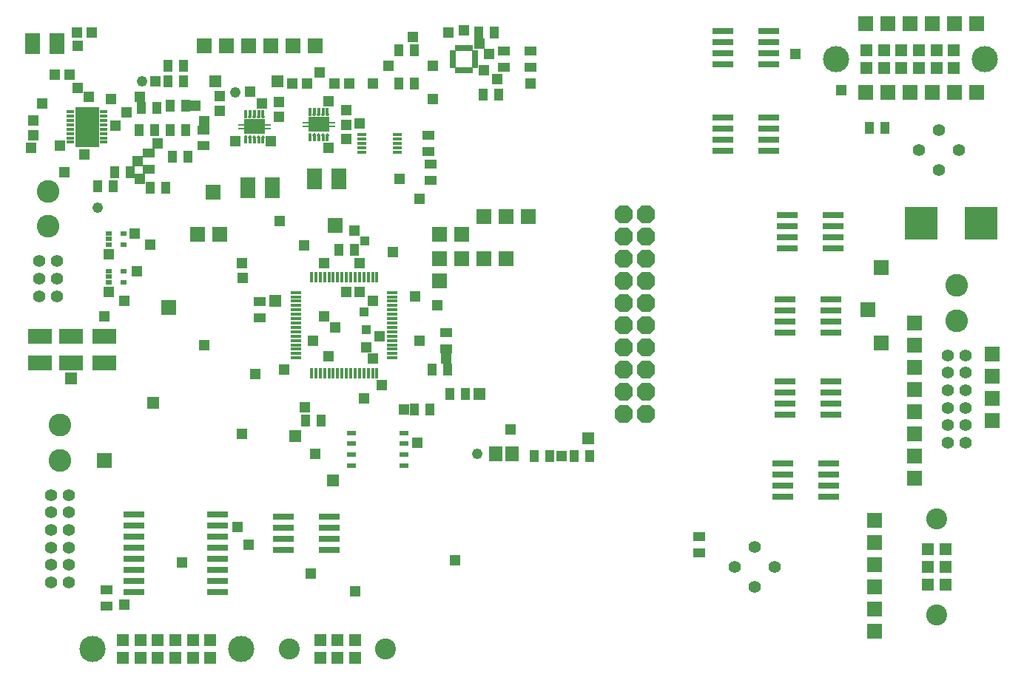
<source format=gts>
G75*
%MOIN*%
%OFA0B0*%
%FSLAX25Y25*%
%IPPOS*%
%LPD*%
%AMOC8*
5,1,8,0,0,1.08239X$1,22.5*
%
%ADD10R,0.01654X0.03110*%
%ADD11C,0.00827*%
%ADD12R,0.01600X0.02400*%
%ADD13R,0.14964X0.01115*%
%ADD14R,0.09449X0.06504*%
%ADD15R,0.07800X0.04400*%
%ADD16R,0.05524X0.03950*%
%ADD17R,0.03950X0.05524*%
%ADD18R,0.04737X0.05131*%
%ADD19R,0.05131X0.04737*%
%ADD20C,0.05556*%
%ADD21C,0.10249*%
%ADD22R,0.05556X0.05556*%
%ADD23C,0.11824*%
%ADD24C,0.09461*%
%ADD25C,0.05524*%
%ADD26R,0.05918X0.06706*%
%ADD27R,0.07099X0.09461*%
%ADD28R,0.09461X0.03162*%
%ADD29R,0.01981X0.02572*%
%ADD30R,0.02572X0.01981*%
%ADD31OC8,0.08200*%
%ADD32R,0.03556X0.01784*%
%ADD33C,0.00104*%
%ADD34R,0.11036X0.06706*%
%ADD35R,0.04331X0.01575*%
%ADD36R,0.04000X0.02400*%
%ADD37R,0.02769X0.01981*%
%ADD38R,0.01666X0.04737*%
%ADD39R,0.04737X0.01666*%
%ADD40R,0.04762X0.04762*%
%ADD41R,0.05400X0.05400*%
%ADD42R,0.06800X0.06800*%
%ADD43C,0.04762*%
%ADD44R,0.14800X0.14800*%
%ADD45R,0.04400X0.04400*%
D10*
X0117551Y0255280D03*
X0119520Y0255280D03*
X0121488Y0255280D03*
X0123457Y0255280D03*
X0125425Y0255280D03*
X0125425Y0267681D03*
X0123457Y0267681D03*
X0121488Y0267681D03*
X0119520Y0267681D03*
X0117551Y0267681D03*
X0146551Y0268681D03*
X0148520Y0268681D03*
X0150488Y0268681D03*
X0152457Y0268681D03*
X0154425Y0268681D03*
X0154425Y0256280D03*
X0152457Y0256280D03*
X0150488Y0256280D03*
X0148520Y0256280D03*
X0146551Y0256280D03*
D11*
X0146140Y0257835D02*
X0146142Y0257875D01*
X0146148Y0257915D01*
X0146158Y0257954D01*
X0146171Y0257992D01*
X0146189Y0258029D01*
X0146209Y0258063D01*
X0146233Y0258096D01*
X0146260Y0258126D01*
X0146290Y0258153D01*
X0146323Y0258177D01*
X0146357Y0258197D01*
X0146394Y0258215D01*
X0146432Y0258228D01*
X0146471Y0258238D01*
X0146511Y0258244D01*
X0146551Y0258246D01*
X0146591Y0258244D01*
X0146631Y0258238D01*
X0146670Y0258228D01*
X0146708Y0258215D01*
X0146745Y0258197D01*
X0146779Y0258177D01*
X0146812Y0258153D01*
X0146842Y0258126D01*
X0146869Y0258096D01*
X0146893Y0258063D01*
X0146913Y0258029D01*
X0146931Y0257992D01*
X0146944Y0257954D01*
X0146954Y0257915D01*
X0146960Y0257875D01*
X0146962Y0257835D01*
X0146960Y0257795D01*
X0146954Y0257755D01*
X0146944Y0257716D01*
X0146931Y0257678D01*
X0146913Y0257641D01*
X0146893Y0257607D01*
X0146869Y0257574D01*
X0146842Y0257544D01*
X0146812Y0257517D01*
X0146779Y0257493D01*
X0146745Y0257473D01*
X0146708Y0257455D01*
X0146670Y0257442D01*
X0146631Y0257432D01*
X0146591Y0257426D01*
X0146551Y0257424D01*
X0146511Y0257426D01*
X0146471Y0257432D01*
X0146432Y0257442D01*
X0146394Y0257455D01*
X0146357Y0257473D01*
X0146323Y0257493D01*
X0146290Y0257517D01*
X0146260Y0257544D01*
X0146233Y0257574D01*
X0146209Y0257607D01*
X0146189Y0257641D01*
X0146171Y0257678D01*
X0146158Y0257716D01*
X0146148Y0257755D01*
X0146142Y0257795D01*
X0146140Y0257835D01*
X0148109Y0257835D02*
X0148111Y0257875D01*
X0148117Y0257915D01*
X0148127Y0257954D01*
X0148140Y0257992D01*
X0148158Y0258029D01*
X0148178Y0258063D01*
X0148202Y0258096D01*
X0148229Y0258126D01*
X0148259Y0258153D01*
X0148292Y0258177D01*
X0148326Y0258197D01*
X0148363Y0258215D01*
X0148401Y0258228D01*
X0148440Y0258238D01*
X0148480Y0258244D01*
X0148520Y0258246D01*
X0148560Y0258244D01*
X0148600Y0258238D01*
X0148639Y0258228D01*
X0148677Y0258215D01*
X0148714Y0258197D01*
X0148748Y0258177D01*
X0148781Y0258153D01*
X0148811Y0258126D01*
X0148838Y0258096D01*
X0148862Y0258063D01*
X0148882Y0258029D01*
X0148900Y0257992D01*
X0148913Y0257954D01*
X0148923Y0257915D01*
X0148929Y0257875D01*
X0148931Y0257835D01*
X0148929Y0257795D01*
X0148923Y0257755D01*
X0148913Y0257716D01*
X0148900Y0257678D01*
X0148882Y0257641D01*
X0148862Y0257607D01*
X0148838Y0257574D01*
X0148811Y0257544D01*
X0148781Y0257517D01*
X0148748Y0257493D01*
X0148714Y0257473D01*
X0148677Y0257455D01*
X0148639Y0257442D01*
X0148600Y0257432D01*
X0148560Y0257426D01*
X0148520Y0257424D01*
X0148480Y0257426D01*
X0148440Y0257432D01*
X0148401Y0257442D01*
X0148363Y0257455D01*
X0148326Y0257473D01*
X0148292Y0257493D01*
X0148259Y0257517D01*
X0148229Y0257544D01*
X0148202Y0257574D01*
X0148178Y0257607D01*
X0148158Y0257641D01*
X0148140Y0257678D01*
X0148127Y0257716D01*
X0148117Y0257755D01*
X0148111Y0257795D01*
X0148109Y0257835D01*
X0150077Y0257835D02*
X0150079Y0257875D01*
X0150085Y0257915D01*
X0150095Y0257954D01*
X0150108Y0257992D01*
X0150126Y0258029D01*
X0150146Y0258063D01*
X0150170Y0258096D01*
X0150197Y0258126D01*
X0150227Y0258153D01*
X0150260Y0258177D01*
X0150294Y0258197D01*
X0150331Y0258215D01*
X0150369Y0258228D01*
X0150408Y0258238D01*
X0150448Y0258244D01*
X0150488Y0258246D01*
X0150528Y0258244D01*
X0150568Y0258238D01*
X0150607Y0258228D01*
X0150645Y0258215D01*
X0150682Y0258197D01*
X0150716Y0258177D01*
X0150749Y0258153D01*
X0150779Y0258126D01*
X0150806Y0258096D01*
X0150830Y0258063D01*
X0150850Y0258029D01*
X0150868Y0257992D01*
X0150881Y0257954D01*
X0150891Y0257915D01*
X0150897Y0257875D01*
X0150899Y0257835D01*
X0150897Y0257795D01*
X0150891Y0257755D01*
X0150881Y0257716D01*
X0150868Y0257678D01*
X0150850Y0257641D01*
X0150830Y0257607D01*
X0150806Y0257574D01*
X0150779Y0257544D01*
X0150749Y0257517D01*
X0150716Y0257493D01*
X0150682Y0257473D01*
X0150645Y0257455D01*
X0150607Y0257442D01*
X0150568Y0257432D01*
X0150528Y0257426D01*
X0150488Y0257424D01*
X0150448Y0257426D01*
X0150408Y0257432D01*
X0150369Y0257442D01*
X0150331Y0257455D01*
X0150294Y0257473D01*
X0150260Y0257493D01*
X0150227Y0257517D01*
X0150197Y0257544D01*
X0150170Y0257574D01*
X0150146Y0257607D01*
X0150126Y0257641D01*
X0150108Y0257678D01*
X0150095Y0257716D01*
X0150085Y0257755D01*
X0150079Y0257795D01*
X0150077Y0257835D01*
X0152046Y0257835D02*
X0152048Y0257875D01*
X0152054Y0257915D01*
X0152064Y0257954D01*
X0152077Y0257992D01*
X0152095Y0258029D01*
X0152115Y0258063D01*
X0152139Y0258096D01*
X0152166Y0258126D01*
X0152196Y0258153D01*
X0152229Y0258177D01*
X0152263Y0258197D01*
X0152300Y0258215D01*
X0152338Y0258228D01*
X0152377Y0258238D01*
X0152417Y0258244D01*
X0152457Y0258246D01*
X0152497Y0258244D01*
X0152537Y0258238D01*
X0152576Y0258228D01*
X0152614Y0258215D01*
X0152651Y0258197D01*
X0152685Y0258177D01*
X0152718Y0258153D01*
X0152748Y0258126D01*
X0152775Y0258096D01*
X0152799Y0258063D01*
X0152819Y0258029D01*
X0152837Y0257992D01*
X0152850Y0257954D01*
X0152860Y0257915D01*
X0152866Y0257875D01*
X0152868Y0257835D01*
X0152866Y0257795D01*
X0152860Y0257755D01*
X0152850Y0257716D01*
X0152837Y0257678D01*
X0152819Y0257641D01*
X0152799Y0257607D01*
X0152775Y0257574D01*
X0152748Y0257544D01*
X0152718Y0257517D01*
X0152685Y0257493D01*
X0152651Y0257473D01*
X0152614Y0257455D01*
X0152576Y0257442D01*
X0152537Y0257432D01*
X0152497Y0257426D01*
X0152457Y0257424D01*
X0152417Y0257426D01*
X0152377Y0257432D01*
X0152338Y0257442D01*
X0152300Y0257455D01*
X0152263Y0257473D01*
X0152229Y0257493D01*
X0152196Y0257517D01*
X0152166Y0257544D01*
X0152139Y0257574D01*
X0152115Y0257607D01*
X0152095Y0257641D01*
X0152077Y0257678D01*
X0152064Y0257716D01*
X0152054Y0257755D01*
X0152048Y0257795D01*
X0152046Y0257835D01*
X0154014Y0257835D02*
X0154016Y0257875D01*
X0154022Y0257915D01*
X0154032Y0257954D01*
X0154045Y0257992D01*
X0154063Y0258029D01*
X0154083Y0258063D01*
X0154107Y0258096D01*
X0154134Y0258126D01*
X0154164Y0258153D01*
X0154197Y0258177D01*
X0154231Y0258197D01*
X0154268Y0258215D01*
X0154306Y0258228D01*
X0154345Y0258238D01*
X0154385Y0258244D01*
X0154425Y0258246D01*
X0154465Y0258244D01*
X0154505Y0258238D01*
X0154544Y0258228D01*
X0154582Y0258215D01*
X0154619Y0258197D01*
X0154653Y0258177D01*
X0154686Y0258153D01*
X0154716Y0258126D01*
X0154743Y0258096D01*
X0154767Y0258063D01*
X0154787Y0258029D01*
X0154805Y0257992D01*
X0154818Y0257954D01*
X0154828Y0257915D01*
X0154834Y0257875D01*
X0154836Y0257835D01*
X0154834Y0257795D01*
X0154828Y0257755D01*
X0154818Y0257716D01*
X0154805Y0257678D01*
X0154787Y0257641D01*
X0154767Y0257607D01*
X0154743Y0257574D01*
X0154716Y0257544D01*
X0154686Y0257517D01*
X0154653Y0257493D01*
X0154619Y0257473D01*
X0154582Y0257455D01*
X0154544Y0257442D01*
X0154505Y0257432D01*
X0154465Y0257426D01*
X0154425Y0257424D01*
X0154385Y0257426D01*
X0154345Y0257432D01*
X0154306Y0257442D01*
X0154268Y0257455D01*
X0154231Y0257473D01*
X0154197Y0257493D01*
X0154164Y0257517D01*
X0154134Y0257544D01*
X0154107Y0257574D01*
X0154083Y0257607D01*
X0154063Y0257641D01*
X0154045Y0257678D01*
X0154032Y0257716D01*
X0154022Y0257755D01*
X0154016Y0257795D01*
X0154014Y0257835D01*
X0154014Y0267126D02*
X0154016Y0267166D01*
X0154022Y0267206D01*
X0154032Y0267245D01*
X0154045Y0267283D01*
X0154063Y0267320D01*
X0154083Y0267354D01*
X0154107Y0267387D01*
X0154134Y0267417D01*
X0154164Y0267444D01*
X0154197Y0267468D01*
X0154231Y0267488D01*
X0154268Y0267506D01*
X0154306Y0267519D01*
X0154345Y0267529D01*
X0154385Y0267535D01*
X0154425Y0267537D01*
X0154465Y0267535D01*
X0154505Y0267529D01*
X0154544Y0267519D01*
X0154582Y0267506D01*
X0154619Y0267488D01*
X0154653Y0267468D01*
X0154686Y0267444D01*
X0154716Y0267417D01*
X0154743Y0267387D01*
X0154767Y0267354D01*
X0154787Y0267320D01*
X0154805Y0267283D01*
X0154818Y0267245D01*
X0154828Y0267206D01*
X0154834Y0267166D01*
X0154836Y0267126D01*
X0154834Y0267086D01*
X0154828Y0267046D01*
X0154818Y0267007D01*
X0154805Y0266969D01*
X0154787Y0266932D01*
X0154767Y0266898D01*
X0154743Y0266865D01*
X0154716Y0266835D01*
X0154686Y0266808D01*
X0154653Y0266784D01*
X0154619Y0266764D01*
X0154582Y0266746D01*
X0154544Y0266733D01*
X0154505Y0266723D01*
X0154465Y0266717D01*
X0154425Y0266715D01*
X0154385Y0266717D01*
X0154345Y0266723D01*
X0154306Y0266733D01*
X0154268Y0266746D01*
X0154231Y0266764D01*
X0154197Y0266784D01*
X0154164Y0266808D01*
X0154134Y0266835D01*
X0154107Y0266865D01*
X0154083Y0266898D01*
X0154063Y0266932D01*
X0154045Y0266969D01*
X0154032Y0267007D01*
X0154022Y0267046D01*
X0154016Y0267086D01*
X0154014Y0267126D01*
X0152046Y0267126D02*
X0152048Y0267166D01*
X0152054Y0267206D01*
X0152064Y0267245D01*
X0152077Y0267283D01*
X0152095Y0267320D01*
X0152115Y0267354D01*
X0152139Y0267387D01*
X0152166Y0267417D01*
X0152196Y0267444D01*
X0152229Y0267468D01*
X0152263Y0267488D01*
X0152300Y0267506D01*
X0152338Y0267519D01*
X0152377Y0267529D01*
X0152417Y0267535D01*
X0152457Y0267537D01*
X0152497Y0267535D01*
X0152537Y0267529D01*
X0152576Y0267519D01*
X0152614Y0267506D01*
X0152651Y0267488D01*
X0152685Y0267468D01*
X0152718Y0267444D01*
X0152748Y0267417D01*
X0152775Y0267387D01*
X0152799Y0267354D01*
X0152819Y0267320D01*
X0152837Y0267283D01*
X0152850Y0267245D01*
X0152860Y0267206D01*
X0152866Y0267166D01*
X0152868Y0267126D01*
X0152866Y0267086D01*
X0152860Y0267046D01*
X0152850Y0267007D01*
X0152837Y0266969D01*
X0152819Y0266932D01*
X0152799Y0266898D01*
X0152775Y0266865D01*
X0152748Y0266835D01*
X0152718Y0266808D01*
X0152685Y0266784D01*
X0152651Y0266764D01*
X0152614Y0266746D01*
X0152576Y0266733D01*
X0152537Y0266723D01*
X0152497Y0266717D01*
X0152457Y0266715D01*
X0152417Y0266717D01*
X0152377Y0266723D01*
X0152338Y0266733D01*
X0152300Y0266746D01*
X0152263Y0266764D01*
X0152229Y0266784D01*
X0152196Y0266808D01*
X0152166Y0266835D01*
X0152139Y0266865D01*
X0152115Y0266898D01*
X0152095Y0266932D01*
X0152077Y0266969D01*
X0152064Y0267007D01*
X0152054Y0267046D01*
X0152048Y0267086D01*
X0152046Y0267126D01*
X0150077Y0267126D02*
X0150079Y0267166D01*
X0150085Y0267206D01*
X0150095Y0267245D01*
X0150108Y0267283D01*
X0150126Y0267320D01*
X0150146Y0267354D01*
X0150170Y0267387D01*
X0150197Y0267417D01*
X0150227Y0267444D01*
X0150260Y0267468D01*
X0150294Y0267488D01*
X0150331Y0267506D01*
X0150369Y0267519D01*
X0150408Y0267529D01*
X0150448Y0267535D01*
X0150488Y0267537D01*
X0150528Y0267535D01*
X0150568Y0267529D01*
X0150607Y0267519D01*
X0150645Y0267506D01*
X0150682Y0267488D01*
X0150716Y0267468D01*
X0150749Y0267444D01*
X0150779Y0267417D01*
X0150806Y0267387D01*
X0150830Y0267354D01*
X0150850Y0267320D01*
X0150868Y0267283D01*
X0150881Y0267245D01*
X0150891Y0267206D01*
X0150897Y0267166D01*
X0150899Y0267126D01*
X0150897Y0267086D01*
X0150891Y0267046D01*
X0150881Y0267007D01*
X0150868Y0266969D01*
X0150850Y0266932D01*
X0150830Y0266898D01*
X0150806Y0266865D01*
X0150779Y0266835D01*
X0150749Y0266808D01*
X0150716Y0266784D01*
X0150682Y0266764D01*
X0150645Y0266746D01*
X0150607Y0266733D01*
X0150568Y0266723D01*
X0150528Y0266717D01*
X0150488Y0266715D01*
X0150448Y0266717D01*
X0150408Y0266723D01*
X0150369Y0266733D01*
X0150331Y0266746D01*
X0150294Y0266764D01*
X0150260Y0266784D01*
X0150227Y0266808D01*
X0150197Y0266835D01*
X0150170Y0266865D01*
X0150146Y0266898D01*
X0150126Y0266932D01*
X0150108Y0266969D01*
X0150095Y0267007D01*
X0150085Y0267046D01*
X0150079Y0267086D01*
X0150077Y0267126D01*
X0148109Y0267126D02*
X0148111Y0267166D01*
X0148117Y0267206D01*
X0148127Y0267245D01*
X0148140Y0267283D01*
X0148158Y0267320D01*
X0148178Y0267354D01*
X0148202Y0267387D01*
X0148229Y0267417D01*
X0148259Y0267444D01*
X0148292Y0267468D01*
X0148326Y0267488D01*
X0148363Y0267506D01*
X0148401Y0267519D01*
X0148440Y0267529D01*
X0148480Y0267535D01*
X0148520Y0267537D01*
X0148560Y0267535D01*
X0148600Y0267529D01*
X0148639Y0267519D01*
X0148677Y0267506D01*
X0148714Y0267488D01*
X0148748Y0267468D01*
X0148781Y0267444D01*
X0148811Y0267417D01*
X0148838Y0267387D01*
X0148862Y0267354D01*
X0148882Y0267320D01*
X0148900Y0267283D01*
X0148913Y0267245D01*
X0148923Y0267206D01*
X0148929Y0267166D01*
X0148931Y0267126D01*
X0148929Y0267086D01*
X0148923Y0267046D01*
X0148913Y0267007D01*
X0148900Y0266969D01*
X0148882Y0266932D01*
X0148862Y0266898D01*
X0148838Y0266865D01*
X0148811Y0266835D01*
X0148781Y0266808D01*
X0148748Y0266784D01*
X0148714Y0266764D01*
X0148677Y0266746D01*
X0148639Y0266733D01*
X0148600Y0266723D01*
X0148560Y0266717D01*
X0148520Y0266715D01*
X0148480Y0266717D01*
X0148440Y0266723D01*
X0148401Y0266733D01*
X0148363Y0266746D01*
X0148326Y0266764D01*
X0148292Y0266784D01*
X0148259Y0266808D01*
X0148229Y0266835D01*
X0148202Y0266865D01*
X0148178Y0266898D01*
X0148158Y0266932D01*
X0148140Y0266969D01*
X0148127Y0267007D01*
X0148117Y0267046D01*
X0148111Y0267086D01*
X0148109Y0267126D01*
X0146140Y0267126D02*
X0146142Y0267166D01*
X0146148Y0267206D01*
X0146158Y0267245D01*
X0146171Y0267283D01*
X0146189Y0267320D01*
X0146209Y0267354D01*
X0146233Y0267387D01*
X0146260Y0267417D01*
X0146290Y0267444D01*
X0146323Y0267468D01*
X0146357Y0267488D01*
X0146394Y0267506D01*
X0146432Y0267519D01*
X0146471Y0267529D01*
X0146511Y0267535D01*
X0146551Y0267537D01*
X0146591Y0267535D01*
X0146631Y0267529D01*
X0146670Y0267519D01*
X0146708Y0267506D01*
X0146745Y0267488D01*
X0146779Y0267468D01*
X0146812Y0267444D01*
X0146842Y0267417D01*
X0146869Y0267387D01*
X0146893Y0267354D01*
X0146913Y0267320D01*
X0146931Y0267283D01*
X0146944Y0267245D01*
X0146954Y0267206D01*
X0146960Y0267166D01*
X0146962Y0267126D01*
X0146960Y0267086D01*
X0146954Y0267046D01*
X0146944Y0267007D01*
X0146931Y0266969D01*
X0146913Y0266932D01*
X0146893Y0266898D01*
X0146869Y0266865D01*
X0146842Y0266835D01*
X0146812Y0266808D01*
X0146779Y0266784D01*
X0146745Y0266764D01*
X0146708Y0266746D01*
X0146670Y0266733D01*
X0146631Y0266723D01*
X0146591Y0266717D01*
X0146551Y0266715D01*
X0146511Y0266717D01*
X0146471Y0266723D01*
X0146432Y0266733D01*
X0146394Y0266746D01*
X0146357Y0266764D01*
X0146323Y0266784D01*
X0146290Y0266808D01*
X0146260Y0266835D01*
X0146233Y0266865D01*
X0146209Y0266898D01*
X0146189Y0266932D01*
X0146171Y0266969D01*
X0146158Y0267007D01*
X0146148Y0267046D01*
X0146142Y0267086D01*
X0146140Y0267126D01*
X0125014Y0266126D02*
X0125016Y0266166D01*
X0125022Y0266206D01*
X0125032Y0266245D01*
X0125045Y0266283D01*
X0125063Y0266320D01*
X0125083Y0266354D01*
X0125107Y0266387D01*
X0125134Y0266417D01*
X0125164Y0266444D01*
X0125197Y0266468D01*
X0125231Y0266488D01*
X0125268Y0266506D01*
X0125306Y0266519D01*
X0125345Y0266529D01*
X0125385Y0266535D01*
X0125425Y0266537D01*
X0125465Y0266535D01*
X0125505Y0266529D01*
X0125544Y0266519D01*
X0125582Y0266506D01*
X0125619Y0266488D01*
X0125653Y0266468D01*
X0125686Y0266444D01*
X0125716Y0266417D01*
X0125743Y0266387D01*
X0125767Y0266354D01*
X0125787Y0266320D01*
X0125805Y0266283D01*
X0125818Y0266245D01*
X0125828Y0266206D01*
X0125834Y0266166D01*
X0125836Y0266126D01*
X0125834Y0266086D01*
X0125828Y0266046D01*
X0125818Y0266007D01*
X0125805Y0265969D01*
X0125787Y0265932D01*
X0125767Y0265898D01*
X0125743Y0265865D01*
X0125716Y0265835D01*
X0125686Y0265808D01*
X0125653Y0265784D01*
X0125619Y0265764D01*
X0125582Y0265746D01*
X0125544Y0265733D01*
X0125505Y0265723D01*
X0125465Y0265717D01*
X0125425Y0265715D01*
X0125385Y0265717D01*
X0125345Y0265723D01*
X0125306Y0265733D01*
X0125268Y0265746D01*
X0125231Y0265764D01*
X0125197Y0265784D01*
X0125164Y0265808D01*
X0125134Y0265835D01*
X0125107Y0265865D01*
X0125083Y0265898D01*
X0125063Y0265932D01*
X0125045Y0265969D01*
X0125032Y0266007D01*
X0125022Y0266046D01*
X0125016Y0266086D01*
X0125014Y0266126D01*
X0123046Y0266126D02*
X0123048Y0266166D01*
X0123054Y0266206D01*
X0123064Y0266245D01*
X0123077Y0266283D01*
X0123095Y0266320D01*
X0123115Y0266354D01*
X0123139Y0266387D01*
X0123166Y0266417D01*
X0123196Y0266444D01*
X0123229Y0266468D01*
X0123263Y0266488D01*
X0123300Y0266506D01*
X0123338Y0266519D01*
X0123377Y0266529D01*
X0123417Y0266535D01*
X0123457Y0266537D01*
X0123497Y0266535D01*
X0123537Y0266529D01*
X0123576Y0266519D01*
X0123614Y0266506D01*
X0123651Y0266488D01*
X0123685Y0266468D01*
X0123718Y0266444D01*
X0123748Y0266417D01*
X0123775Y0266387D01*
X0123799Y0266354D01*
X0123819Y0266320D01*
X0123837Y0266283D01*
X0123850Y0266245D01*
X0123860Y0266206D01*
X0123866Y0266166D01*
X0123868Y0266126D01*
X0123866Y0266086D01*
X0123860Y0266046D01*
X0123850Y0266007D01*
X0123837Y0265969D01*
X0123819Y0265932D01*
X0123799Y0265898D01*
X0123775Y0265865D01*
X0123748Y0265835D01*
X0123718Y0265808D01*
X0123685Y0265784D01*
X0123651Y0265764D01*
X0123614Y0265746D01*
X0123576Y0265733D01*
X0123537Y0265723D01*
X0123497Y0265717D01*
X0123457Y0265715D01*
X0123417Y0265717D01*
X0123377Y0265723D01*
X0123338Y0265733D01*
X0123300Y0265746D01*
X0123263Y0265764D01*
X0123229Y0265784D01*
X0123196Y0265808D01*
X0123166Y0265835D01*
X0123139Y0265865D01*
X0123115Y0265898D01*
X0123095Y0265932D01*
X0123077Y0265969D01*
X0123064Y0266007D01*
X0123054Y0266046D01*
X0123048Y0266086D01*
X0123046Y0266126D01*
X0121077Y0266126D02*
X0121079Y0266166D01*
X0121085Y0266206D01*
X0121095Y0266245D01*
X0121108Y0266283D01*
X0121126Y0266320D01*
X0121146Y0266354D01*
X0121170Y0266387D01*
X0121197Y0266417D01*
X0121227Y0266444D01*
X0121260Y0266468D01*
X0121294Y0266488D01*
X0121331Y0266506D01*
X0121369Y0266519D01*
X0121408Y0266529D01*
X0121448Y0266535D01*
X0121488Y0266537D01*
X0121528Y0266535D01*
X0121568Y0266529D01*
X0121607Y0266519D01*
X0121645Y0266506D01*
X0121682Y0266488D01*
X0121716Y0266468D01*
X0121749Y0266444D01*
X0121779Y0266417D01*
X0121806Y0266387D01*
X0121830Y0266354D01*
X0121850Y0266320D01*
X0121868Y0266283D01*
X0121881Y0266245D01*
X0121891Y0266206D01*
X0121897Y0266166D01*
X0121899Y0266126D01*
X0121897Y0266086D01*
X0121891Y0266046D01*
X0121881Y0266007D01*
X0121868Y0265969D01*
X0121850Y0265932D01*
X0121830Y0265898D01*
X0121806Y0265865D01*
X0121779Y0265835D01*
X0121749Y0265808D01*
X0121716Y0265784D01*
X0121682Y0265764D01*
X0121645Y0265746D01*
X0121607Y0265733D01*
X0121568Y0265723D01*
X0121528Y0265717D01*
X0121488Y0265715D01*
X0121448Y0265717D01*
X0121408Y0265723D01*
X0121369Y0265733D01*
X0121331Y0265746D01*
X0121294Y0265764D01*
X0121260Y0265784D01*
X0121227Y0265808D01*
X0121197Y0265835D01*
X0121170Y0265865D01*
X0121146Y0265898D01*
X0121126Y0265932D01*
X0121108Y0265969D01*
X0121095Y0266007D01*
X0121085Y0266046D01*
X0121079Y0266086D01*
X0121077Y0266126D01*
X0119109Y0266126D02*
X0119111Y0266166D01*
X0119117Y0266206D01*
X0119127Y0266245D01*
X0119140Y0266283D01*
X0119158Y0266320D01*
X0119178Y0266354D01*
X0119202Y0266387D01*
X0119229Y0266417D01*
X0119259Y0266444D01*
X0119292Y0266468D01*
X0119326Y0266488D01*
X0119363Y0266506D01*
X0119401Y0266519D01*
X0119440Y0266529D01*
X0119480Y0266535D01*
X0119520Y0266537D01*
X0119560Y0266535D01*
X0119600Y0266529D01*
X0119639Y0266519D01*
X0119677Y0266506D01*
X0119714Y0266488D01*
X0119748Y0266468D01*
X0119781Y0266444D01*
X0119811Y0266417D01*
X0119838Y0266387D01*
X0119862Y0266354D01*
X0119882Y0266320D01*
X0119900Y0266283D01*
X0119913Y0266245D01*
X0119923Y0266206D01*
X0119929Y0266166D01*
X0119931Y0266126D01*
X0119929Y0266086D01*
X0119923Y0266046D01*
X0119913Y0266007D01*
X0119900Y0265969D01*
X0119882Y0265932D01*
X0119862Y0265898D01*
X0119838Y0265865D01*
X0119811Y0265835D01*
X0119781Y0265808D01*
X0119748Y0265784D01*
X0119714Y0265764D01*
X0119677Y0265746D01*
X0119639Y0265733D01*
X0119600Y0265723D01*
X0119560Y0265717D01*
X0119520Y0265715D01*
X0119480Y0265717D01*
X0119440Y0265723D01*
X0119401Y0265733D01*
X0119363Y0265746D01*
X0119326Y0265764D01*
X0119292Y0265784D01*
X0119259Y0265808D01*
X0119229Y0265835D01*
X0119202Y0265865D01*
X0119178Y0265898D01*
X0119158Y0265932D01*
X0119140Y0265969D01*
X0119127Y0266007D01*
X0119117Y0266046D01*
X0119111Y0266086D01*
X0119109Y0266126D01*
X0117140Y0266126D02*
X0117142Y0266166D01*
X0117148Y0266206D01*
X0117158Y0266245D01*
X0117171Y0266283D01*
X0117189Y0266320D01*
X0117209Y0266354D01*
X0117233Y0266387D01*
X0117260Y0266417D01*
X0117290Y0266444D01*
X0117323Y0266468D01*
X0117357Y0266488D01*
X0117394Y0266506D01*
X0117432Y0266519D01*
X0117471Y0266529D01*
X0117511Y0266535D01*
X0117551Y0266537D01*
X0117591Y0266535D01*
X0117631Y0266529D01*
X0117670Y0266519D01*
X0117708Y0266506D01*
X0117745Y0266488D01*
X0117779Y0266468D01*
X0117812Y0266444D01*
X0117842Y0266417D01*
X0117869Y0266387D01*
X0117893Y0266354D01*
X0117913Y0266320D01*
X0117931Y0266283D01*
X0117944Y0266245D01*
X0117954Y0266206D01*
X0117960Y0266166D01*
X0117962Y0266126D01*
X0117960Y0266086D01*
X0117954Y0266046D01*
X0117944Y0266007D01*
X0117931Y0265969D01*
X0117913Y0265932D01*
X0117893Y0265898D01*
X0117869Y0265865D01*
X0117842Y0265835D01*
X0117812Y0265808D01*
X0117779Y0265784D01*
X0117745Y0265764D01*
X0117708Y0265746D01*
X0117670Y0265733D01*
X0117631Y0265723D01*
X0117591Y0265717D01*
X0117551Y0265715D01*
X0117511Y0265717D01*
X0117471Y0265723D01*
X0117432Y0265733D01*
X0117394Y0265746D01*
X0117357Y0265764D01*
X0117323Y0265784D01*
X0117290Y0265808D01*
X0117260Y0265835D01*
X0117233Y0265865D01*
X0117209Y0265898D01*
X0117189Y0265932D01*
X0117171Y0265969D01*
X0117158Y0266007D01*
X0117148Y0266046D01*
X0117142Y0266086D01*
X0117140Y0266126D01*
X0117140Y0256835D02*
X0117142Y0256875D01*
X0117148Y0256915D01*
X0117158Y0256954D01*
X0117171Y0256992D01*
X0117189Y0257029D01*
X0117209Y0257063D01*
X0117233Y0257096D01*
X0117260Y0257126D01*
X0117290Y0257153D01*
X0117323Y0257177D01*
X0117357Y0257197D01*
X0117394Y0257215D01*
X0117432Y0257228D01*
X0117471Y0257238D01*
X0117511Y0257244D01*
X0117551Y0257246D01*
X0117591Y0257244D01*
X0117631Y0257238D01*
X0117670Y0257228D01*
X0117708Y0257215D01*
X0117745Y0257197D01*
X0117779Y0257177D01*
X0117812Y0257153D01*
X0117842Y0257126D01*
X0117869Y0257096D01*
X0117893Y0257063D01*
X0117913Y0257029D01*
X0117931Y0256992D01*
X0117944Y0256954D01*
X0117954Y0256915D01*
X0117960Y0256875D01*
X0117962Y0256835D01*
X0117960Y0256795D01*
X0117954Y0256755D01*
X0117944Y0256716D01*
X0117931Y0256678D01*
X0117913Y0256641D01*
X0117893Y0256607D01*
X0117869Y0256574D01*
X0117842Y0256544D01*
X0117812Y0256517D01*
X0117779Y0256493D01*
X0117745Y0256473D01*
X0117708Y0256455D01*
X0117670Y0256442D01*
X0117631Y0256432D01*
X0117591Y0256426D01*
X0117551Y0256424D01*
X0117511Y0256426D01*
X0117471Y0256432D01*
X0117432Y0256442D01*
X0117394Y0256455D01*
X0117357Y0256473D01*
X0117323Y0256493D01*
X0117290Y0256517D01*
X0117260Y0256544D01*
X0117233Y0256574D01*
X0117209Y0256607D01*
X0117189Y0256641D01*
X0117171Y0256678D01*
X0117158Y0256716D01*
X0117148Y0256755D01*
X0117142Y0256795D01*
X0117140Y0256835D01*
X0119109Y0256835D02*
X0119111Y0256875D01*
X0119117Y0256915D01*
X0119127Y0256954D01*
X0119140Y0256992D01*
X0119158Y0257029D01*
X0119178Y0257063D01*
X0119202Y0257096D01*
X0119229Y0257126D01*
X0119259Y0257153D01*
X0119292Y0257177D01*
X0119326Y0257197D01*
X0119363Y0257215D01*
X0119401Y0257228D01*
X0119440Y0257238D01*
X0119480Y0257244D01*
X0119520Y0257246D01*
X0119560Y0257244D01*
X0119600Y0257238D01*
X0119639Y0257228D01*
X0119677Y0257215D01*
X0119714Y0257197D01*
X0119748Y0257177D01*
X0119781Y0257153D01*
X0119811Y0257126D01*
X0119838Y0257096D01*
X0119862Y0257063D01*
X0119882Y0257029D01*
X0119900Y0256992D01*
X0119913Y0256954D01*
X0119923Y0256915D01*
X0119929Y0256875D01*
X0119931Y0256835D01*
X0119929Y0256795D01*
X0119923Y0256755D01*
X0119913Y0256716D01*
X0119900Y0256678D01*
X0119882Y0256641D01*
X0119862Y0256607D01*
X0119838Y0256574D01*
X0119811Y0256544D01*
X0119781Y0256517D01*
X0119748Y0256493D01*
X0119714Y0256473D01*
X0119677Y0256455D01*
X0119639Y0256442D01*
X0119600Y0256432D01*
X0119560Y0256426D01*
X0119520Y0256424D01*
X0119480Y0256426D01*
X0119440Y0256432D01*
X0119401Y0256442D01*
X0119363Y0256455D01*
X0119326Y0256473D01*
X0119292Y0256493D01*
X0119259Y0256517D01*
X0119229Y0256544D01*
X0119202Y0256574D01*
X0119178Y0256607D01*
X0119158Y0256641D01*
X0119140Y0256678D01*
X0119127Y0256716D01*
X0119117Y0256755D01*
X0119111Y0256795D01*
X0119109Y0256835D01*
X0121077Y0256835D02*
X0121079Y0256875D01*
X0121085Y0256915D01*
X0121095Y0256954D01*
X0121108Y0256992D01*
X0121126Y0257029D01*
X0121146Y0257063D01*
X0121170Y0257096D01*
X0121197Y0257126D01*
X0121227Y0257153D01*
X0121260Y0257177D01*
X0121294Y0257197D01*
X0121331Y0257215D01*
X0121369Y0257228D01*
X0121408Y0257238D01*
X0121448Y0257244D01*
X0121488Y0257246D01*
X0121528Y0257244D01*
X0121568Y0257238D01*
X0121607Y0257228D01*
X0121645Y0257215D01*
X0121682Y0257197D01*
X0121716Y0257177D01*
X0121749Y0257153D01*
X0121779Y0257126D01*
X0121806Y0257096D01*
X0121830Y0257063D01*
X0121850Y0257029D01*
X0121868Y0256992D01*
X0121881Y0256954D01*
X0121891Y0256915D01*
X0121897Y0256875D01*
X0121899Y0256835D01*
X0121897Y0256795D01*
X0121891Y0256755D01*
X0121881Y0256716D01*
X0121868Y0256678D01*
X0121850Y0256641D01*
X0121830Y0256607D01*
X0121806Y0256574D01*
X0121779Y0256544D01*
X0121749Y0256517D01*
X0121716Y0256493D01*
X0121682Y0256473D01*
X0121645Y0256455D01*
X0121607Y0256442D01*
X0121568Y0256432D01*
X0121528Y0256426D01*
X0121488Y0256424D01*
X0121448Y0256426D01*
X0121408Y0256432D01*
X0121369Y0256442D01*
X0121331Y0256455D01*
X0121294Y0256473D01*
X0121260Y0256493D01*
X0121227Y0256517D01*
X0121197Y0256544D01*
X0121170Y0256574D01*
X0121146Y0256607D01*
X0121126Y0256641D01*
X0121108Y0256678D01*
X0121095Y0256716D01*
X0121085Y0256755D01*
X0121079Y0256795D01*
X0121077Y0256835D01*
X0123046Y0256835D02*
X0123048Y0256875D01*
X0123054Y0256915D01*
X0123064Y0256954D01*
X0123077Y0256992D01*
X0123095Y0257029D01*
X0123115Y0257063D01*
X0123139Y0257096D01*
X0123166Y0257126D01*
X0123196Y0257153D01*
X0123229Y0257177D01*
X0123263Y0257197D01*
X0123300Y0257215D01*
X0123338Y0257228D01*
X0123377Y0257238D01*
X0123417Y0257244D01*
X0123457Y0257246D01*
X0123497Y0257244D01*
X0123537Y0257238D01*
X0123576Y0257228D01*
X0123614Y0257215D01*
X0123651Y0257197D01*
X0123685Y0257177D01*
X0123718Y0257153D01*
X0123748Y0257126D01*
X0123775Y0257096D01*
X0123799Y0257063D01*
X0123819Y0257029D01*
X0123837Y0256992D01*
X0123850Y0256954D01*
X0123860Y0256915D01*
X0123866Y0256875D01*
X0123868Y0256835D01*
X0123866Y0256795D01*
X0123860Y0256755D01*
X0123850Y0256716D01*
X0123837Y0256678D01*
X0123819Y0256641D01*
X0123799Y0256607D01*
X0123775Y0256574D01*
X0123748Y0256544D01*
X0123718Y0256517D01*
X0123685Y0256493D01*
X0123651Y0256473D01*
X0123614Y0256455D01*
X0123576Y0256442D01*
X0123537Y0256432D01*
X0123497Y0256426D01*
X0123457Y0256424D01*
X0123417Y0256426D01*
X0123377Y0256432D01*
X0123338Y0256442D01*
X0123300Y0256455D01*
X0123263Y0256473D01*
X0123229Y0256493D01*
X0123196Y0256517D01*
X0123166Y0256544D01*
X0123139Y0256574D01*
X0123115Y0256607D01*
X0123095Y0256641D01*
X0123077Y0256678D01*
X0123064Y0256716D01*
X0123054Y0256755D01*
X0123048Y0256795D01*
X0123046Y0256835D01*
X0125014Y0256835D02*
X0125016Y0256875D01*
X0125022Y0256915D01*
X0125032Y0256954D01*
X0125045Y0256992D01*
X0125063Y0257029D01*
X0125083Y0257063D01*
X0125107Y0257096D01*
X0125134Y0257126D01*
X0125164Y0257153D01*
X0125197Y0257177D01*
X0125231Y0257197D01*
X0125268Y0257215D01*
X0125306Y0257228D01*
X0125345Y0257238D01*
X0125385Y0257244D01*
X0125425Y0257246D01*
X0125465Y0257244D01*
X0125505Y0257238D01*
X0125544Y0257228D01*
X0125582Y0257215D01*
X0125619Y0257197D01*
X0125653Y0257177D01*
X0125686Y0257153D01*
X0125716Y0257126D01*
X0125743Y0257096D01*
X0125767Y0257063D01*
X0125787Y0257029D01*
X0125805Y0256992D01*
X0125818Y0256954D01*
X0125828Y0256915D01*
X0125834Y0256875D01*
X0125836Y0256835D01*
X0125834Y0256795D01*
X0125828Y0256755D01*
X0125818Y0256716D01*
X0125805Y0256678D01*
X0125787Y0256641D01*
X0125767Y0256607D01*
X0125743Y0256574D01*
X0125716Y0256544D01*
X0125686Y0256517D01*
X0125653Y0256493D01*
X0125619Y0256473D01*
X0125582Y0256455D01*
X0125544Y0256442D01*
X0125505Y0256432D01*
X0125465Y0256426D01*
X0125425Y0256424D01*
X0125385Y0256426D01*
X0125345Y0256432D01*
X0125306Y0256442D01*
X0125268Y0256455D01*
X0125231Y0256473D01*
X0125197Y0256493D01*
X0125164Y0256517D01*
X0125134Y0256544D01*
X0125107Y0256574D01*
X0125083Y0256607D01*
X0125063Y0256641D01*
X0125045Y0256678D01*
X0125032Y0256716D01*
X0125022Y0256755D01*
X0125016Y0256795D01*
X0125014Y0256835D01*
D12*
X0125420Y0254952D03*
X0123451Y0254939D03*
X0121494Y0254952D03*
X0119522Y0254947D03*
X0117551Y0254947D03*
X0117548Y0268008D03*
X0119522Y0267997D03*
X0121485Y0267997D03*
X0123454Y0268013D03*
X0125426Y0268013D03*
X0146548Y0269008D03*
X0148522Y0268997D03*
X0150485Y0268997D03*
X0152454Y0269013D03*
X0154426Y0269013D03*
X0154420Y0255952D03*
X0152451Y0255939D03*
X0150494Y0255952D03*
X0148522Y0255947D03*
X0146551Y0255947D03*
D13*
X0150503Y0261485D03*
X0150488Y0263463D03*
X0121488Y0262463D03*
X0121503Y0260485D03*
D14*
X0121490Y0261483D03*
X0150490Y0262483D03*
D15*
X0150546Y0262473D03*
X0121546Y0261473D03*
D16*
X0098600Y0259943D03*
X0098600Y0252857D03*
X0074000Y0249543D03*
X0074000Y0242457D03*
X0124000Y0182543D03*
X0124000Y0175457D03*
X0208000Y0168543D03*
X0208000Y0161457D03*
X0201000Y0237457D03*
X0201000Y0244543D03*
X0200000Y0250457D03*
X0200000Y0257543D03*
X0234000Y0288457D03*
X0234000Y0295543D03*
X0246000Y0295543D03*
X0246000Y0288457D03*
X0322000Y0076543D03*
X0322000Y0069457D03*
X0055000Y0052543D03*
X0055000Y0045457D03*
D17*
X0144457Y0129000D03*
X0151543Y0129000D03*
X0193457Y0134000D03*
X0200543Y0134000D03*
X0209457Y0141000D03*
X0216543Y0141000D03*
X0208543Y0152000D03*
X0201457Y0152000D03*
X0247457Y0113000D03*
X0254543Y0113000D03*
X0265457Y0113000D03*
X0272543Y0113000D03*
X0166543Y0206000D03*
X0159457Y0206000D03*
X0091543Y0248000D03*
X0084457Y0248000D03*
X0083457Y0260000D03*
X0090543Y0260000D03*
X0076543Y0260000D03*
X0069457Y0260000D03*
X0070457Y0270000D03*
X0077543Y0270000D03*
X0083457Y0271000D03*
X0090543Y0271000D03*
X0089543Y0282000D03*
X0089543Y0289000D03*
X0082457Y0289000D03*
X0082457Y0282000D03*
X0065543Y0241000D03*
X0058457Y0241000D03*
X0058043Y0234500D03*
X0050957Y0234500D03*
X0074457Y0234000D03*
X0081543Y0234000D03*
X0186457Y0281000D03*
X0193543Y0281000D03*
X0193543Y0296000D03*
X0186457Y0296000D03*
X0222457Y0304000D03*
X0229543Y0304000D03*
X0231543Y0276000D03*
X0224457Y0276000D03*
X0398457Y0261000D03*
X0405543Y0261000D03*
D18*
X0163000Y0262454D03*
X0163000Y0269146D03*
X0132500Y0266054D03*
X0132500Y0272746D03*
X0106000Y0275346D03*
X0106000Y0268654D03*
X0022000Y0264346D03*
X0022000Y0257654D03*
D19*
X0031654Y0285000D03*
X0038346Y0285000D03*
X0041654Y0304000D03*
X0048346Y0304000D03*
X0138654Y0281000D03*
X0145346Y0281000D03*
X0157654Y0281000D03*
X0164346Y0281000D03*
D20*
X0032559Y0200866D03*
X0024685Y0200866D03*
X0024685Y0192992D03*
X0024685Y0185118D03*
X0032559Y0185118D03*
X0032559Y0192992D03*
X0030000Y0095370D03*
X0037874Y0095370D03*
X0037874Y0087496D03*
X0037874Y0079622D03*
X0030000Y0079622D03*
X0030000Y0087496D03*
X0030000Y0071748D03*
X0030000Y0063874D03*
X0037874Y0063874D03*
X0037874Y0071748D03*
X0037874Y0056000D03*
X0030000Y0056000D03*
X0434000Y0119000D03*
X0434000Y0126874D03*
X0441874Y0126874D03*
X0441874Y0119000D03*
X0441874Y0134748D03*
X0434000Y0134748D03*
X0434000Y0142622D03*
X0441874Y0142622D03*
X0441874Y0150496D03*
X0434000Y0150496D03*
X0434000Y0158370D03*
X0441874Y0158370D03*
D21*
X0437937Y0174118D03*
X0437937Y0189866D03*
X0033937Y0126866D03*
X0033937Y0111118D03*
X0028622Y0216614D03*
X0028622Y0232362D03*
D22*
X0062315Y0029937D03*
X0070189Y0029937D03*
X0078063Y0029937D03*
X0085937Y0029937D03*
X0093811Y0029937D03*
X0101685Y0029937D03*
X0101685Y0022063D03*
X0093811Y0022063D03*
X0085937Y0022063D03*
X0078063Y0022063D03*
X0070189Y0022063D03*
X0062315Y0022063D03*
X0151126Y0022063D03*
X0159000Y0022063D03*
X0166874Y0022063D03*
X0166874Y0029937D03*
X0159000Y0029937D03*
X0151126Y0029937D03*
X0425063Y0055126D03*
X0432937Y0055126D03*
X0432937Y0063000D03*
X0425063Y0063000D03*
X0425063Y0070874D03*
X0432937Y0070874D03*
X0436685Y0288063D03*
X0428811Y0288063D03*
X0420937Y0288063D03*
X0413063Y0288063D03*
X0405189Y0288063D03*
X0397315Y0288063D03*
X0397315Y0295937D03*
X0405189Y0295937D03*
X0413063Y0295937D03*
X0420937Y0295937D03*
X0428811Y0295937D03*
X0436685Y0295937D03*
D23*
X0048535Y0026000D03*
X0115465Y0026000D03*
X0383535Y0292000D03*
X0450465Y0292000D03*
D24*
X0429000Y0084654D03*
X0429000Y0041346D03*
X0180654Y0026000D03*
X0137346Y0026000D03*
D25*
X0337969Y0063000D03*
X0347000Y0053972D03*
X0356031Y0063000D03*
X0347000Y0072028D03*
X0430000Y0241969D03*
X0420972Y0251000D03*
X0430000Y0260031D03*
X0439028Y0251000D03*
D26*
X0237740Y0114000D03*
X0230260Y0114000D03*
D27*
X0129512Y0234000D03*
X0118488Y0234000D03*
X0148488Y0238000D03*
X0159512Y0238000D03*
X0032512Y0299000D03*
X0021488Y0299000D03*
D28*
X0067201Y0086500D03*
X0067201Y0081500D03*
X0067201Y0076500D03*
X0067201Y0071500D03*
X0067201Y0066500D03*
X0067201Y0061500D03*
X0067201Y0056500D03*
X0067201Y0051500D03*
X0104898Y0051500D03*
X0104898Y0056500D03*
X0104898Y0061500D03*
X0104898Y0066500D03*
X0104898Y0071500D03*
X0104898Y0076500D03*
X0104898Y0081500D03*
X0104898Y0086500D03*
X0134764Y0085500D03*
X0134764Y0080500D03*
X0134764Y0075500D03*
X0134764Y0070500D03*
X0155236Y0070500D03*
X0155236Y0075500D03*
X0155236Y0080500D03*
X0155236Y0085500D03*
X0359764Y0094500D03*
X0359764Y0099500D03*
X0359764Y0104500D03*
X0359764Y0109500D03*
X0380236Y0109500D03*
X0380236Y0104500D03*
X0380236Y0099500D03*
X0380236Y0094500D03*
X0381236Y0131500D03*
X0381236Y0136500D03*
X0381236Y0141500D03*
X0381236Y0146500D03*
X0360764Y0146500D03*
X0360764Y0141500D03*
X0360764Y0136500D03*
X0360764Y0131500D03*
X0360764Y0168500D03*
X0360764Y0173500D03*
X0360764Y0178500D03*
X0360764Y0183500D03*
X0381236Y0183500D03*
X0381236Y0178500D03*
X0381236Y0173500D03*
X0381236Y0168500D03*
X0382236Y0206500D03*
X0382236Y0211500D03*
X0382236Y0216500D03*
X0382236Y0221500D03*
X0361764Y0221500D03*
X0361764Y0216500D03*
X0361764Y0211500D03*
X0361764Y0206500D03*
X0353236Y0250500D03*
X0353236Y0255500D03*
X0353236Y0260500D03*
X0353236Y0265500D03*
X0332764Y0265500D03*
X0332764Y0260500D03*
X0332764Y0255500D03*
X0332764Y0250500D03*
X0332764Y0289500D03*
X0332764Y0294500D03*
X0332764Y0299500D03*
X0332764Y0304500D03*
X0353236Y0304500D03*
X0353236Y0299500D03*
X0353236Y0294500D03*
X0353236Y0289500D03*
D29*
X0218858Y0286886D03*
X0216890Y0286886D03*
X0214921Y0286886D03*
X0212953Y0286886D03*
X0212953Y0296925D03*
X0214921Y0296925D03*
X0216890Y0296925D03*
X0218858Y0296925D03*
D30*
X0220925Y0294858D03*
X0220925Y0292890D03*
X0220925Y0290921D03*
X0220925Y0288953D03*
X0210886Y0288953D03*
X0210886Y0290921D03*
X0210886Y0292890D03*
X0210886Y0294858D03*
D31*
X0288000Y0222000D03*
X0298000Y0222000D03*
X0298000Y0212000D03*
X0288000Y0212000D03*
X0288000Y0202000D03*
X0298000Y0202000D03*
X0298000Y0192000D03*
X0288000Y0192000D03*
X0288000Y0182000D03*
X0298000Y0182000D03*
X0298000Y0172000D03*
X0288000Y0172000D03*
X0288000Y0162000D03*
X0298000Y0162000D03*
X0298000Y0152000D03*
X0288000Y0152000D03*
X0288000Y0142000D03*
X0298000Y0142000D03*
X0298000Y0132000D03*
X0288000Y0132000D03*
D32*
X0053622Y0254492D03*
X0053622Y0256461D03*
X0053622Y0258429D03*
X0053622Y0260398D03*
X0053622Y0262366D03*
X0053622Y0264384D03*
X0053622Y0266303D03*
X0053622Y0268321D03*
X0038661Y0268272D03*
X0038661Y0266303D03*
X0038661Y0264335D03*
X0038661Y0262366D03*
X0038661Y0260398D03*
X0038661Y0258429D03*
X0038661Y0256461D03*
X0038661Y0254492D03*
D33*
X0040991Y0270273D02*
X0051293Y0270273D01*
X0051293Y0252491D01*
X0040991Y0252491D01*
X0040991Y0270273D01*
X0040991Y0252594D02*
X0051293Y0252594D01*
X0051293Y0252697D02*
X0040991Y0252697D01*
X0040991Y0252800D02*
X0051293Y0252800D01*
X0051293Y0252903D02*
X0040991Y0252903D01*
X0040991Y0253006D02*
X0051293Y0253006D01*
X0051293Y0253109D02*
X0040991Y0253109D01*
X0040991Y0253212D02*
X0051293Y0253212D01*
X0051293Y0253315D02*
X0040991Y0253315D01*
X0040991Y0253418D02*
X0051293Y0253418D01*
X0051293Y0253521D02*
X0040991Y0253521D01*
X0040991Y0253624D02*
X0051293Y0253624D01*
X0051293Y0253727D02*
X0040991Y0253727D01*
X0040991Y0253830D02*
X0051293Y0253830D01*
X0051293Y0253933D02*
X0040991Y0253933D01*
X0040991Y0254036D02*
X0051293Y0254036D01*
X0051293Y0254139D02*
X0040991Y0254139D01*
X0040991Y0254242D02*
X0051293Y0254242D01*
X0051293Y0254345D02*
X0040991Y0254345D01*
X0040991Y0254448D02*
X0051293Y0254448D01*
X0051293Y0254551D02*
X0040991Y0254551D01*
X0040991Y0254654D02*
X0051293Y0254654D01*
X0051293Y0254757D02*
X0040991Y0254757D01*
X0040991Y0254860D02*
X0051293Y0254860D01*
X0051293Y0254963D02*
X0040991Y0254963D01*
X0040991Y0255066D02*
X0051293Y0255066D01*
X0051293Y0255169D02*
X0040991Y0255169D01*
X0040991Y0255272D02*
X0051293Y0255272D01*
X0051293Y0255375D02*
X0040991Y0255375D01*
X0040991Y0255478D02*
X0051293Y0255478D01*
X0051293Y0255581D02*
X0040991Y0255581D01*
X0040991Y0255684D02*
X0051293Y0255684D01*
X0051293Y0255787D02*
X0040991Y0255787D01*
X0040991Y0255890D02*
X0051293Y0255890D01*
X0051293Y0255993D02*
X0040991Y0255993D01*
X0040991Y0256096D02*
X0051293Y0256096D01*
X0051293Y0256199D02*
X0040991Y0256199D01*
X0040991Y0256302D02*
X0051293Y0256302D01*
X0051293Y0256405D02*
X0040991Y0256405D01*
X0040991Y0256508D02*
X0051293Y0256508D01*
X0051293Y0256611D02*
X0040991Y0256611D01*
X0040991Y0256714D02*
X0051293Y0256714D01*
X0051293Y0256817D02*
X0040991Y0256817D01*
X0040991Y0256920D02*
X0051293Y0256920D01*
X0051293Y0257023D02*
X0040991Y0257023D01*
X0040991Y0257126D02*
X0051293Y0257126D01*
X0051293Y0257229D02*
X0040991Y0257229D01*
X0040991Y0257332D02*
X0051293Y0257332D01*
X0051293Y0257435D02*
X0040991Y0257435D01*
X0040991Y0257538D02*
X0051293Y0257538D01*
X0051293Y0257641D02*
X0040991Y0257641D01*
X0040991Y0257744D02*
X0051293Y0257744D01*
X0051293Y0257847D02*
X0040991Y0257847D01*
X0040991Y0257950D02*
X0051293Y0257950D01*
X0051293Y0258053D02*
X0040991Y0258053D01*
X0040991Y0258156D02*
X0051293Y0258156D01*
X0051293Y0258259D02*
X0040991Y0258259D01*
X0040991Y0258362D02*
X0051293Y0258362D01*
X0051293Y0258465D02*
X0040991Y0258465D01*
X0040991Y0258568D02*
X0051293Y0258568D01*
X0051293Y0258671D02*
X0040991Y0258671D01*
X0040991Y0258774D02*
X0051293Y0258774D01*
X0051293Y0258877D02*
X0040991Y0258877D01*
X0040991Y0258980D02*
X0051293Y0258980D01*
X0051293Y0259083D02*
X0040991Y0259083D01*
X0040991Y0259186D02*
X0051293Y0259186D01*
X0051293Y0259289D02*
X0040991Y0259289D01*
X0040991Y0259392D02*
X0051293Y0259392D01*
X0051293Y0259495D02*
X0040991Y0259495D01*
X0040991Y0259598D02*
X0051293Y0259598D01*
X0051293Y0259701D02*
X0040991Y0259701D01*
X0040991Y0259804D02*
X0051293Y0259804D01*
X0051293Y0259907D02*
X0040991Y0259907D01*
X0040991Y0260010D02*
X0051293Y0260010D01*
X0051293Y0260113D02*
X0040991Y0260113D01*
X0040991Y0260216D02*
X0051293Y0260216D01*
X0051293Y0260319D02*
X0040991Y0260319D01*
X0040991Y0260422D02*
X0051293Y0260422D01*
X0051293Y0260525D02*
X0040991Y0260525D01*
X0040991Y0260628D02*
X0051293Y0260628D01*
X0051293Y0260731D02*
X0040991Y0260731D01*
X0040991Y0260834D02*
X0051293Y0260834D01*
X0051293Y0260937D02*
X0040991Y0260937D01*
X0040991Y0261040D02*
X0051293Y0261040D01*
X0051293Y0261143D02*
X0040991Y0261143D01*
X0040991Y0261246D02*
X0051293Y0261246D01*
X0051293Y0261349D02*
X0040991Y0261349D01*
X0040991Y0261452D02*
X0051293Y0261452D01*
X0051293Y0261555D02*
X0040991Y0261555D01*
X0040991Y0261658D02*
X0051293Y0261658D01*
X0051293Y0261761D02*
X0040991Y0261761D01*
X0040991Y0261864D02*
X0051293Y0261864D01*
X0051293Y0261967D02*
X0040991Y0261967D01*
X0040991Y0262070D02*
X0051293Y0262070D01*
X0051293Y0262173D02*
X0040991Y0262173D01*
X0040991Y0262276D02*
X0051293Y0262276D01*
X0051293Y0262379D02*
X0040991Y0262379D01*
X0040991Y0262482D02*
X0051293Y0262482D01*
X0051293Y0262585D02*
X0040991Y0262585D01*
X0040991Y0262688D02*
X0051293Y0262688D01*
X0051293Y0262791D02*
X0040991Y0262791D01*
X0040991Y0262894D02*
X0051293Y0262894D01*
X0051293Y0262997D02*
X0040991Y0262997D01*
X0040991Y0263100D02*
X0051293Y0263100D01*
X0051293Y0263203D02*
X0040991Y0263203D01*
X0040991Y0263306D02*
X0051293Y0263306D01*
X0051293Y0263409D02*
X0040991Y0263409D01*
X0040991Y0263512D02*
X0051293Y0263512D01*
X0051293Y0263615D02*
X0040991Y0263615D01*
X0040991Y0263718D02*
X0051293Y0263718D01*
X0051293Y0263821D02*
X0040991Y0263821D01*
X0040991Y0263924D02*
X0051293Y0263924D01*
X0051293Y0264027D02*
X0040991Y0264027D01*
X0040991Y0264130D02*
X0051293Y0264130D01*
X0051293Y0264233D02*
X0040991Y0264233D01*
X0040991Y0264336D02*
X0051293Y0264336D01*
X0051293Y0264439D02*
X0040991Y0264439D01*
X0040991Y0264542D02*
X0051293Y0264542D01*
X0051293Y0264645D02*
X0040991Y0264645D01*
X0040991Y0264748D02*
X0051293Y0264748D01*
X0051293Y0264851D02*
X0040991Y0264851D01*
X0040991Y0264954D02*
X0051293Y0264954D01*
X0051293Y0265057D02*
X0040991Y0265057D01*
X0040991Y0265160D02*
X0051293Y0265160D01*
X0051293Y0265263D02*
X0040991Y0265263D01*
X0040991Y0265366D02*
X0051293Y0265366D01*
X0051293Y0265469D02*
X0040991Y0265469D01*
X0040991Y0265572D02*
X0051293Y0265572D01*
X0051293Y0265675D02*
X0040991Y0265675D01*
X0040991Y0265778D02*
X0051293Y0265778D01*
X0051293Y0265881D02*
X0040991Y0265881D01*
X0040991Y0265984D02*
X0051293Y0265984D01*
X0051293Y0266087D02*
X0040991Y0266087D01*
X0040991Y0266190D02*
X0051293Y0266190D01*
X0051293Y0266293D02*
X0040991Y0266293D01*
X0040991Y0266396D02*
X0051293Y0266396D01*
X0051293Y0266499D02*
X0040991Y0266499D01*
X0040991Y0266602D02*
X0051293Y0266602D01*
X0051293Y0266705D02*
X0040991Y0266705D01*
X0040991Y0266808D02*
X0051293Y0266808D01*
X0051293Y0266911D02*
X0040991Y0266911D01*
X0040991Y0267014D02*
X0051293Y0267014D01*
X0051293Y0267117D02*
X0040991Y0267117D01*
X0040991Y0267220D02*
X0051293Y0267220D01*
X0051293Y0267323D02*
X0040991Y0267323D01*
X0040991Y0267426D02*
X0051293Y0267426D01*
X0051293Y0267529D02*
X0040991Y0267529D01*
X0040991Y0267632D02*
X0051293Y0267632D01*
X0051293Y0267735D02*
X0040991Y0267735D01*
X0040991Y0267838D02*
X0051293Y0267838D01*
X0051293Y0267941D02*
X0040991Y0267941D01*
X0040991Y0268044D02*
X0051293Y0268044D01*
X0051293Y0268147D02*
X0040991Y0268147D01*
X0040991Y0268250D02*
X0051293Y0268250D01*
X0051293Y0268353D02*
X0040991Y0268353D01*
X0040991Y0268456D02*
X0051293Y0268456D01*
X0051293Y0268559D02*
X0040991Y0268559D01*
X0040991Y0268662D02*
X0051293Y0268662D01*
X0051293Y0268765D02*
X0040991Y0268765D01*
X0040991Y0268868D02*
X0051293Y0268868D01*
X0051293Y0268971D02*
X0040991Y0268971D01*
X0040991Y0269074D02*
X0051293Y0269074D01*
X0051293Y0269177D02*
X0040991Y0269177D01*
X0040991Y0269280D02*
X0051293Y0269280D01*
X0051293Y0269383D02*
X0040991Y0269383D01*
X0040991Y0269486D02*
X0051293Y0269486D01*
X0051293Y0269589D02*
X0040991Y0269589D01*
X0040991Y0269692D02*
X0051293Y0269692D01*
X0051293Y0269795D02*
X0040991Y0269795D01*
X0040991Y0269898D02*
X0051293Y0269898D01*
X0051293Y0270001D02*
X0040991Y0270001D01*
X0040991Y0270104D02*
X0051293Y0270104D01*
X0051293Y0270207D02*
X0040991Y0270207D01*
D34*
X0039000Y0166953D03*
X0025000Y0166953D03*
X0025000Y0155142D03*
X0039000Y0155142D03*
X0054000Y0155142D03*
X0054000Y0166953D03*
D35*
X0169929Y0250063D03*
X0169929Y0252031D03*
X0169929Y0254000D03*
X0169929Y0255969D03*
X0169929Y0257937D03*
X0186071Y0257937D03*
X0186071Y0255969D03*
X0186071Y0254000D03*
X0186071Y0252031D03*
X0186071Y0250063D03*
D36*
X0188811Y0123461D03*
X0188811Y0118500D03*
X0188811Y0113500D03*
X0188811Y0108539D03*
X0165189Y0108539D03*
X0165189Y0113500D03*
X0165189Y0118500D03*
X0165189Y0123461D03*
D37*
X0062480Y0191291D03*
X0062480Y0196409D03*
X0055984Y0196409D03*
X0055984Y0193850D03*
X0055984Y0191291D03*
X0055984Y0208291D03*
X0055984Y0210850D03*
X0055984Y0213409D03*
X0062480Y0213409D03*
X0062480Y0208291D03*
D38*
X0147252Y0193654D03*
X0149220Y0193654D03*
X0151189Y0193654D03*
X0153157Y0193654D03*
X0155126Y0193654D03*
X0157094Y0193654D03*
X0159063Y0193654D03*
X0161031Y0193654D03*
X0163000Y0193654D03*
X0164969Y0193654D03*
X0166937Y0193654D03*
X0168906Y0193654D03*
X0170874Y0193654D03*
X0172843Y0193654D03*
X0174811Y0193654D03*
X0176780Y0193654D03*
X0176780Y0150346D03*
X0174811Y0150346D03*
X0172843Y0150346D03*
X0170874Y0150346D03*
X0168906Y0150346D03*
X0166937Y0150346D03*
X0164969Y0150346D03*
X0163000Y0150346D03*
X0161031Y0150346D03*
X0159063Y0150346D03*
X0157094Y0150346D03*
X0155126Y0150346D03*
X0153157Y0150346D03*
X0151189Y0150346D03*
X0149220Y0150346D03*
X0147252Y0150346D03*
D39*
X0140362Y0157236D03*
X0140362Y0159205D03*
X0140362Y0161173D03*
X0140362Y0163142D03*
X0140362Y0165110D03*
X0140362Y0167079D03*
X0140362Y0169047D03*
X0140362Y0171016D03*
X0140362Y0172984D03*
X0140362Y0174953D03*
X0140362Y0176921D03*
X0140362Y0178890D03*
X0140362Y0180858D03*
X0140362Y0182827D03*
X0140362Y0184795D03*
X0140362Y0186764D03*
X0183669Y0186764D03*
X0183669Y0184795D03*
X0183669Y0182827D03*
X0183669Y0180858D03*
X0183669Y0178890D03*
X0183669Y0176921D03*
X0183669Y0174953D03*
X0183669Y0172984D03*
X0183669Y0171016D03*
X0183669Y0169047D03*
X0183669Y0167079D03*
X0183669Y0165110D03*
X0183669Y0163142D03*
X0183669Y0161173D03*
X0183669Y0159205D03*
X0183669Y0157236D03*
D40*
X0175000Y0157000D03*
X0172000Y0162000D03*
X0178000Y0167000D03*
X0196000Y0165000D03*
X0208000Y0157000D03*
X0204000Y0181000D03*
X0194000Y0185000D03*
X0175000Y0183000D03*
X0169000Y0187000D03*
X0163000Y0187000D03*
X0153000Y0176000D03*
X0158000Y0171000D03*
X0148000Y0165000D03*
X0155000Y0158000D03*
X0135000Y0152000D03*
X0122000Y0150000D03*
X0099000Y0163000D03*
X0063000Y0183000D03*
X0056000Y0187000D03*
X0054000Y0176000D03*
X0068700Y0196400D03*
X0056000Y0204000D03*
X0067600Y0213400D03*
X0074700Y0208200D03*
X0070000Y0238000D03*
X0069000Y0246000D03*
X0078000Y0254000D03*
X0059000Y0262000D03*
X0064000Y0268000D03*
X0057000Y0274000D03*
X0047000Y0275000D03*
X0042000Y0279000D03*
X0026000Y0272000D03*
X0021000Y0252000D03*
X0034000Y0253000D03*
X0045000Y0249000D03*
X0036000Y0241000D03*
X0070000Y0275000D03*
X0077000Y0282000D03*
X0095000Y0271000D03*
X0099000Y0264000D03*
X0113053Y0254947D03*
X0129000Y0255000D03*
X0125000Y0272000D03*
X0119500Y0277400D03*
X0151000Y0286000D03*
X0155000Y0273000D03*
X0169000Y0263000D03*
X0163000Y0256000D03*
X0155000Y0252000D03*
X0187000Y0238000D03*
X0196000Y0229000D03*
X0166500Y0214500D03*
X0184000Y0205000D03*
X0169000Y0200000D03*
X0153000Y0200000D03*
X0144000Y0208000D03*
X0133000Y0219000D03*
X0116000Y0200000D03*
X0116300Y0193200D03*
X0179000Y0145000D03*
X0171000Y0139000D03*
X0189000Y0134000D03*
X0195000Y0119000D03*
X0237000Y0125000D03*
X0260000Y0113000D03*
X0212000Y0066000D03*
X0167000Y0052000D03*
X0147000Y0060000D03*
X0119000Y0073000D03*
X0114000Y0081000D03*
X0089000Y0065000D03*
X0063000Y0046000D03*
X0149000Y0114000D03*
X0144400Y0135000D03*
X0116000Y0123000D03*
X0202000Y0274000D03*
X0202000Y0289000D03*
X0182000Y0289000D03*
X0175000Y0281000D03*
X0193000Y0302000D03*
X0209000Y0304000D03*
X0216000Y0305000D03*
X0223000Y0299000D03*
X0227200Y0294300D03*
X0225000Y0287000D03*
X0231000Y0283000D03*
X0246000Y0281000D03*
X0365400Y0294400D03*
X0386000Y0278000D03*
X0042000Y0298000D03*
D41*
X0104000Y0282000D03*
X0132000Y0282000D03*
X0131100Y0182900D03*
X0076000Y0137000D03*
X0039000Y0148000D03*
X0140000Y0122000D03*
X0157000Y0102000D03*
X0223000Y0141000D03*
X0272000Y0121000D03*
D42*
X0205000Y0192000D03*
X0205000Y0202000D03*
X0215000Y0202000D03*
X0225000Y0202000D03*
X0235000Y0202000D03*
X0215000Y0213000D03*
X0205000Y0213000D03*
X0225000Y0221000D03*
X0235000Y0221000D03*
X0245000Y0221000D03*
X0158000Y0217000D03*
X0106000Y0213000D03*
X0096000Y0213000D03*
X0103000Y0232000D03*
X0083000Y0180000D03*
X0054000Y0111000D03*
X0099000Y0298000D03*
X0109000Y0298000D03*
X0119000Y0298000D03*
X0129000Y0298000D03*
X0139000Y0298000D03*
X0149000Y0298000D03*
X0397000Y0308000D03*
X0407000Y0308000D03*
X0417000Y0308000D03*
X0427000Y0308000D03*
X0437000Y0308000D03*
X0447000Y0308000D03*
X0447000Y0277000D03*
X0437000Y0277000D03*
X0427000Y0277000D03*
X0417000Y0277000D03*
X0407000Y0277000D03*
X0397000Y0277000D03*
X0404000Y0198000D03*
X0398000Y0179000D03*
X0419000Y0173000D03*
X0419000Y0163000D03*
X0419000Y0153000D03*
X0404000Y0164000D03*
X0419000Y0143000D03*
X0419000Y0133000D03*
X0419000Y0123000D03*
X0419000Y0113000D03*
X0419000Y0103000D03*
X0401000Y0084000D03*
X0401000Y0074000D03*
X0401000Y0064000D03*
X0401000Y0054000D03*
X0401000Y0044000D03*
X0401000Y0034000D03*
X0454000Y0129000D03*
X0454000Y0139000D03*
X0454000Y0149000D03*
X0454000Y0159000D03*
D43*
X0222000Y0114000D03*
X0051000Y0225000D03*
X0113000Y0277000D03*
X0071000Y0282000D03*
D44*
X0422000Y0218000D03*
X0449000Y0218000D03*
D45*
X0171200Y0210000D03*
X0171000Y0178000D03*
X0172000Y0170000D03*
M02*

</source>
